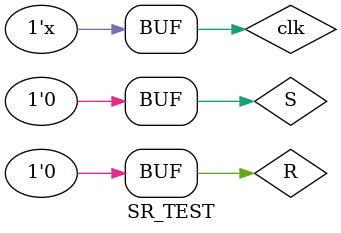
<source format=v>
`timescale 1ns / 1ps


module SR_TEST;

	// Inputs
	reg S;
	reg R;
	reg clk;

	// Outputs
	wire Q;
	wire Qbar;

	// Instantiate the Unit Under Test (UUT)
	SR_FF uut (
		.S(S), 
		.R(R), 
		.clk(clk), 
		.Q(Q), 
		.Qbar(Qbar)
	);

	initial begin
		// Initialize Inputs
		S = 0;
		R = 0;
		clk=0;
		

		// Wait 100 ns for global reset to finish
		#100;
	end
	
	always #10 clk=~clk;
	
	initial begin
		// Initialize Inputs
		S = 0;
		R = 0;
		

		// Wait 100 ns for global reset to finish
		#100;
		S = 0;
		R = 1;
		

		// Wait 100 ns for global reset to finish
		#100;
		S = 1;
		R = 0;
		

		// Wait 100 ns for global reset to finish
		#100;
		S = 0;
		R = 0;
		

		// Wait 100 ns for global reset to finish
		#100;
		
        
		// Add stimulus here

	end
      
endmodule


</source>
